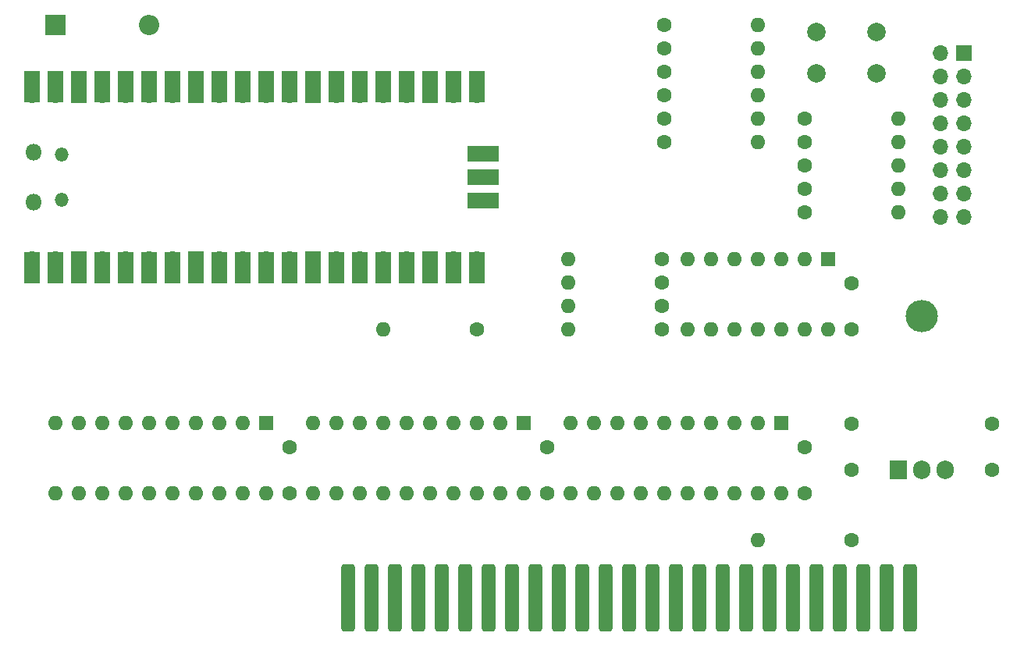
<source format=gts>
%TF.GenerationSoftware,KiCad,Pcbnew,7.0.8-1.fc38*%
%TF.CreationDate,2023-10-28T17:25:26+02:00*%
%TF.ProjectId,AppleVGA,4170706c-6556-4474-912e-6b696361645f,A*%
%TF.SameCoordinates,Original*%
%TF.FileFunction,Soldermask,Top*%
%TF.FilePolarity,Negative*%
%FSLAX46Y46*%
G04 Gerber Fmt 4.6, Leading zero omitted, Abs format (unit mm)*
G04 Created by KiCad (PCBNEW 7.0.8-1.fc38) date 2023-10-28 17:25:26*
%MOMM*%
%LPD*%
G01*
G04 APERTURE LIST*
G04 Aperture macros list*
%AMRoundRect*
0 Rectangle with rounded corners*
0 $1 Rounding radius*
0 $2 $3 $4 $5 $6 $7 $8 $9 X,Y pos of 4 corners*
0 Add a 4 corners polygon primitive as box body*
4,1,4,$2,$3,$4,$5,$6,$7,$8,$9,$2,$3,0*
0 Add four circle primitives for the rounded corners*
1,1,$1+$1,$2,$3*
1,1,$1+$1,$4,$5*
1,1,$1+$1,$6,$7*
1,1,$1+$1,$8,$9*
0 Add four rect primitives between the rounded corners*
20,1,$1+$1,$2,$3,$4,$5,0*
20,1,$1+$1,$4,$5,$6,$7,0*
20,1,$1+$1,$6,$7,$8,$9,0*
20,1,$1+$1,$8,$9,$2,$3,0*%
G04 Aperture macros list end*
%ADD10O,1.700000X1.700000*%
%ADD11R,1.700000X1.700000*%
%ADD12RoundRect,0.381000X0.381000X3.289000X-0.381000X3.289000X-0.381000X-3.289000X0.381000X-3.289000X0*%
%ADD13C,1.600000*%
%ADD14O,1.600000X1.600000*%
%ADD15R,3.500000X1.700000*%
%ADD16R,1.700000X3.500000*%
%ADD17O,1.800000X1.800000*%
%ADD18O,1.500000X1.500000*%
%ADD19R,2.200000X2.200000*%
%ADD20O,2.200000X2.200000*%
%ADD21C,2.000000*%
%ADD22R,1.600000X1.600000*%
%ADD23O,3.500000X3.500000*%
%ADD24R,1.905000X2.000000*%
%ADD25O,1.905000X2.000000*%
G04 APERTURE END LIST*
D10*
%TO.C,J2*%
X212852000Y-81788000D03*
X215392000Y-81788000D03*
X212852000Y-79248000D03*
X215392000Y-79248000D03*
X212852000Y-76708000D03*
X215392000Y-76708000D03*
X212852000Y-74168000D03*
X215392000Y-74168000D03*
X212852000Y-71628000D03*
X215392000Y-71628000D03*
X212852000Y-69088000D03*
X215392000Y-69088000D03*
X212852000Y-66548000D03*
X215392000Y-66548000D03*
X212852000Y-64008000D03*
D11*
X215392000Y-64008000D03*
%TD*%
D12*
%TO.C,J1*%
X209550000Y-123090000D03*
X207010000Y-123090000D03*
X204470000Y-123090000D03*
X201930000Y-123090000D03*
X199390000Y-123090000D03*
X196850000Y-123090000D03*
X194310000Y-123090000D03*
X191770000Y-123090000D03*
X189230000Y-123090000D03*
X186690000Y-123090000D03*
X184150000Y-123090000D03*
X181610000Y-123090000D03*
X179070000Y-123090000D03*
X176530000Y-123090000D03*
X173990000Y-123090000D03*
X171450000Y-123090000D03*
X168910000Y-123090000D03*
X166370000Y-123090000D03*
X163830000Y-123090000D03*
X161290000Y-123090000D03*
X158750000Y-123090000D03*
X156210000Y-123090000D03*
X153670000Y-123090000D03*
X151130000Y-123090000D03*
X148590000Y-123090000D03*
%TD*%
D13*
%TO.C,R2*%
X182626000Y-91440000D03*
D14*
X172466000Y-91440000D03*
%TD*%
D13*
%TO.C,R1*%
X182626000Y-88900000D03*
D14*
X172466000Y-88900000D03*
%TD*%
D13*
%TO.C,R6*%
X182880000Y-66040000D03*
D14*
X193040000Y-66040000D03*
%TD*%
D13*
%TO.C,R7*%
X182880000Y-73660000D03*
D14*
X193040000Y-73660000D03*
%TD*%
D13*
%TO.C,R14*%
X198120000Y-78740000D03*
D14*
X208280000Y-78740000D03*
%TD*%
D13*
%TO.C,R13*%
X198120000Y-81280000D03*
D14*
X208280000Y-81280000D03*
%TD*%
D13*
%TO.C,C2*%
X203200000Y-104220000D03*
X203200000Y-109220000D03*
%TD*%
%TO.C,C6*%
X203200000Y-93980000D03*
X203200000Y-88980000D03*
%TD*%
%TO.C,R11*%
X198120000Y-76200000D03*
D14*
X208280000Y-76200000D03*
%TD*%
D13*
%TO.C,R12*%
X198120000Y-73660000D03*
D14*
X208280000Y-73660000D03*
%TD*%
D13*
%TO.C,R10*%
X198120000Y-71120000D03*
D14*
X208280000Y-71120000D03*
%TD*%
D13*
%TO.C,R8*%
X182880000Y-71120000D03*
D14*
X193040000Y-71120000D03*
%TD*%
D13*
%TO.C,R9*%
X182880000Y-68580000D03*
D14*
X193040000Y-68580000D03*
%TD*%
D15*
%TO.C,U6*%
X163230000Y-74930000D03*
D10*
X162330000Y-74930000D03*
D15*
X163230000Y-77470000D03*
D11*
X162330000Y-77470000D03*
D15*
X163230000Y-80010000D03*
D10*
X162330000Y-80010000D03*
D16*
X114300000Y-67680000D03*
D10*
X114300000Y-68580000D03*
D16*
X116840000Y-67680000D03*
D10*
X116840000Y-68580000D03*
D16*
X119380000Y-67680000D03*
D11*
X119380000Y-68580000D03*
D16*
X121920000Y-67680000D03*
D10*
X121920000Y-68580000D03*
D16*
X124460000Y-67680000D03*
D10*
X124460000Y-68580000D03*
D16*
X127000000Y-67680000D03*
D10*
X127000000Y-68580000D03*
D16*
X129540000Y-67680000D03*
D10*
X129540000Y-68580000D03*
D16*
X132080000Y-67680000D03*
D11*
X132080000Y-68580000D03*
D16*
X134620000Y-67680000D03*
D10*
X134620000Y-68580000D03*
D16*
X137160000Y-67680000D03*
D10*
X137160000Y-68580000D03*
D16*
X139700000Y-67680000D03*
D10*
X139700000Y-68580000D03*
D16*
X142240000Y-67680000D03*
D10*
X142240000Y-68580000D03*
D16*
X144780000Y-67680000D03*
D11*
X144780000Y-68580000D03*
D16*
X147320000Y-67680000D03*
D10*
X147320000Y-68580000D03*
D16*
X149860000Y-67680000D03*
D10*
X149860000Y-68580000D03*
D16*
X152400000Y-67680000D03*
D10*
X152400000Y-68580000D03*
D16*
X154940000Y-67680000D03*
D10*
X154940000Y-68580000D03*
D16*
X157480000Y-67680000D03*
D11*
X157480000Y-68580000D03*
D16*
X160020000Y-67680000D03*
D10*
X160020000Y-68580000D03*
D16*
X162560000Y-67680000D03*
D10*
X162560000Y-68580000D03*
D16*
X162560000Y-87260000D03*
D10*
X162560000Y-86360000D03*
D16*
X160020000Y-87260000D03*
D10*
X160020000Y-86360000D03*
D16*
X157480000Y-87260000D03*
D11*
X157480000Y-86360000D03*
D16*
X154940000Y-87260000D03*
D10*
X154940000Y-86360000D03*
D16*
X152400000Y-87260000D03*
D10*
X152400000Y-86360000D03*
D16*
X149860000Y-87260000D03*
D10*
X149860000Y-86360000D03*
D16*
X147320000Y-87260000D03*
D10*
X147320000Y-86360000D03*
D16*
X144780000Y-87260000D03*
D11*
X144780000Y-86360000D03*
D16*
X142240000Y-87260000D03*
D10*
X142240000Y-86360000D03*
D16*
X139700000Y-87260000D03*
D10*
X139700000Y-86360000D03*
D16*
X137160000Y-87260000D03*
D10*
X137160000Y-86360000D03*
D16*
X134620000Y-87260000D03*
D10*
X134620000Y-86360000D03*
D16*
X132080000Y-87260000D03*
D11*
X132080000Y-86360000D03*
D16*
X129540000Y-87260000D03*
D10*
X129540000Y-86360000D03*
D16*
X127000000Y-87260000D03*
D10*
X127000000Y-86360000D03*
D16*
X124460000Y-87260000D03*
D10*
X124460000Y-86360000D03*
D16*
X121920000Y-87260000D03*
D10*
X121920000Y-86360000D03*
D16*
X119380000Y-87260000D03*
D11*
X119380000Y-86360000D03*
D16*
X116840000Y-87260000D03*
D10*
X116840000Y-86360000D03*
D16*
X114300000Y-87260000D03*
D10*
X114300000Y-86360000D03*
D17*
X114430000Y-74745000D03*
D18*
X117460000Y-75045000D03*
X117460000Y-79895000D03*
D17*
X114430000Y-80195000D03*
%TD*%
D19*
%TO.C,D1*%
X116840000Y-60960000D03*
D20*
X127000000Y-60960000D03*
%TD*%
D13*
%TO.C,R3*%
X182626000Y-86360000D03*
D14*
X172466000Y-86360000D03*
%TD*%
D13*
%TO.C,R15*%
X203200000Y-116840000D03*
D14*
X193040000Y-116840000D03*
%TD*%
D13*
%TO.C,R16*%
X162560000Y-93980000D03*
D14*
X152400000Y-93980000D03*
%TD*%
D21*
%TO.C,SW1*%
X205890000Y-66222000D03*
X199390000Y-66222000D03*
X205890000Y-61722000D03*
X199390000Y-61722000D03*
%TD*%
D22*
%TO.C,U1*%
X195580000Y-104140000D03*
D14*
X193040000Y-104140000D03*
X190500000Y-104140000D03*
X187960000Y-104140000D03*
X185420000Y-104140000D03*
X182880000Y-104140000D03*
X180340000Y-104140000D03*
X177800000Y-104140000D03*
X175260000Y-104140000D03*
X172720000Y-104140000D03*
X172720000Y-111760000D03*
X175260000Y-111760000D03*
X177800000Y-111760000D03*
X180340000Y-111760000D03*
X182880000Y-111760000D03*
X185420000Y-111760000D03*
X187960000Y-111760000D03*
X190500000Y-111760000D03*
X193040000Y-111760000D03*
X195580000Y-111760000D03*
%TD*%
D22*
%TO.C,U3*%
X139700000Y-104140000D03*
D14*
X137160000Y-104140000D03*
X134620000Y-104140000D03*
X132080000Y-104140000D03*
X129540000Y-104140000D03*
X127000000Y-104140000D03*
X124460000Y-104140000D03*
X121920000Y-104140000D03*
X119380000Y-104140000D03*
X116840000Y-104140000D03*
X116840000Y-111760000D03*
X119380000Y-111760000D03*
X121920000Y-111760000D03*
X124460000Y-111760000D03*
X127000000Y-111760000D03*
X129540000Y-111760000D03*
X132080000Y-111760000D03*
X134620000Y-111760000D03*
X137160000Y-111760000D03*
X139700000Y-111760000D03*
%TD*%
D22*
%TO.C,U2*%
X167640000Y-104140000D03*
D14*
X165100000Y-104140000D03*
X162560000Y-104140000D03*
X160020000Y-104140000D03*
X157480000Y-104140000D03*
X154940000Y-104140000D03*
X152400000Y-104140000D03*
X149860000Y-104140000D03*
X147320000Y-104140000D03*
X144780000Y-104140000D03*
X144780000Y-111760000D03*
X147320000Y-111760000D03*
X149860000Y-111760000D03*
X152400000Y-111760000D03*
X154940000Y-111760000D03*
X157480000Y-111760000D03*
X160020000Y-111760000D03*
X162560000Y-111760000D03*
X165100000Y-111760000D03*
X167640000Y-111760000D03*
%TD*%
D22*
%TO.C,U4*%
X200660000Y-86360000D03*
D14*
X198120000Y-86360000D03*
X195580000Y-86360000D03*
X193040000Y-86360000D03*
X190500000Y-86360000D03*
X187960000Y-86360000D03*
X185420000Y-86360000D03*
X185420000Y-93980000D03*
X187960000Y-93980000D03*
X190500000Y-93980000D03*
X193040000Y-93980000D03*
X195580000Y-93980000D03*
X198120000Y-93980000D03*
X200660000Y-93980000D03*
%TD*%
D13*
%TO.C,C5*%
X142240000Y-106760000D03*
X142240000Y-111760000D03*
%TD*%
%TO.C,C4*%
X170180000Y-111760000D03*
X170180000Y-106760000D03*
%TD*%
%TO.C,C3*%
X198120000Y-106760000D03*
X198120000Y-111760000D03*
%TD*%
%TO.C,R17*%
X182626000Y-93980000D03*
D14*
X172466000Y-93980000D03*
%TD*%
D23*
%TO.C,U5*%
X210820000Y-92560000D03*
D24*
X208280000Y-109220000D03*
D25*
X210820000Y-109220000D03*
X213360000Y-109220000D03*
%TD*%
D13*
%TO.C,C1*%
X218440000Y-104220000D03*
X218440000Y-109220000D03*
%TD*%
%TO.C,R5*%
X182880000Y-63500000D03*
D14*
X193040000Y-63500000D03*
%TD*%
D13*
%TO.C,R4*%
X182880000Y-60960000D03*
D14*
X193040000Y-60960000D03*
%TD*%
M02*

</source>
